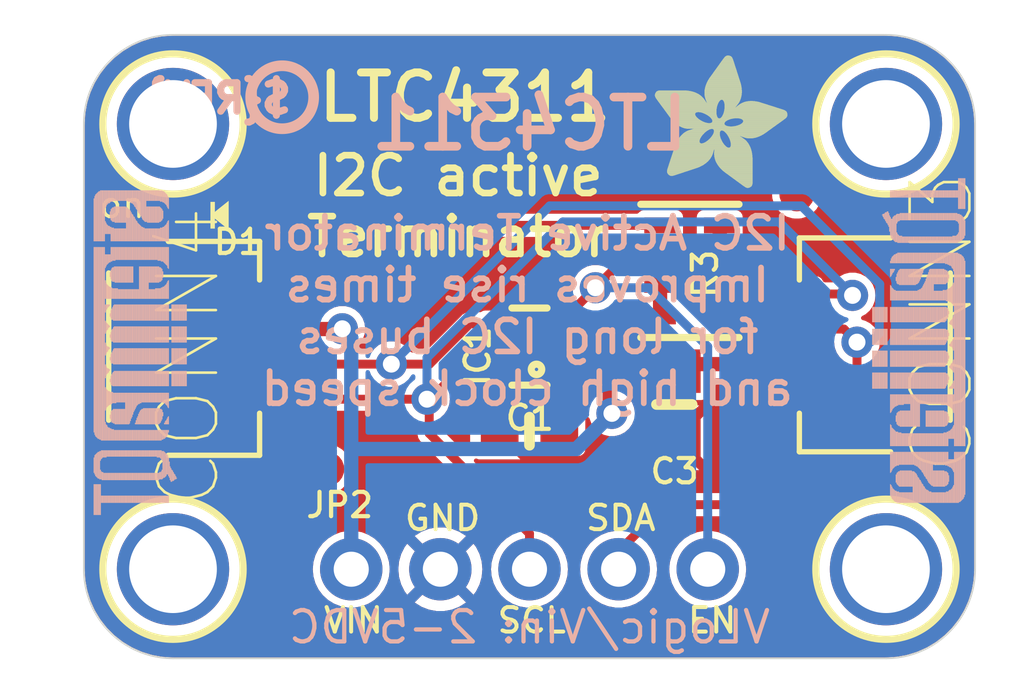
<source format=kicad_pcb>
(kicad_pcb (version 20221018) (generator pcbnew)
  (layers (0 "F.Cu" signal) (31 "B.Cu" signal) (34 "B.Paste" user) (35 "F.Paste" user) (36 "B.SilkS" user "B.Silkscreen") (37 "F.SilkS" user "F.Silkscreen") (38 "B.Mask" user) (39 "F.Mask" user) (44 "Edge.Cuts" user))
  (net 0 "")
  (net 1 "GND")
  (net 2 "SDA")
  (net 3 "SCL")
  (net 4 "VCC")
  (net 5 "N$1")
  (net 6 "EN")
  (footprint "working:MOUNTINGHOLE_2.5_PLATED" (layer "F.Cu") (at 158.6611 111.3536)
    (fp_text reference "U$21" hide)
    (fp_text value "MOUNTINGHOLE2.5" hide)
    (pad "P$1" thru_hole circle (at 0 0) (size 3.2 3.2) (drill 2.5) (layers "*.Cu" "*.Mask"))
    (zone (net 0) (net_name "") (layer "F.Cu") (connect_pads (clearance 0)) (min_thickness 0.25)
      (keepout (tracks not_allowed) (vias not_allowed) (pads not_allowed) (copperpour not_allowed) (footprints allowed))
      (fill (thermal_gap 0.5) (thermal_bridge_width 0.5))
      (polygon (pts (xy 160.6771 111.3536) (xy 160.65748 111.073027) (xy 160.599004 110.797915) (xy 160.502808 110.533619) (xy 160.370765 110.285283) (xy 160.205446 110.05774) (xy 160.010067 109.85542) (xy 159.788433 109.68226) (xy 159.544856 109.541631) (xy 159.284078 109.43627) (xy 159.011175 109.368228) (xy 158.731457 109.338828) (xy 158.450371 109.348644) (xy 158.173385 109.397484) (xy 157.905893 109.484397) (xy 157.6531 109.607693) (xy 157.419926 109.76497) (xy 157.210911 109.953169) (xy 157.030122 110.168625) (xy 156.881078 110.407145) (xy 156.76668 110.664087) (xy 156.689154 110.93445) (xy 156.650011 111.212971) (xy 156.650011 111.494229) (xy 156.689154 111.77275) (xy 156.76668 112.043113) (xy 156.881078 112.300055) (xy 157.030122 112.538575) (xy 157.210911 112.754031) (xy 157.419926 112.94223) (xy 157.6531 113.099507) (xy 157.905893 113.222803) (xy 158.173385 113.309716) (xy 158.450371 113.358556) (xy 158.731457 113.368372) (xy 159.011175 113.338972) (xy 159.284078 113.27093) (xy 159.544856 113.165569) (xy 159.788433 113.02494) (xy 160.010067 112.85178) (xy 160.205446 112.64946) (xy 160.370765 112.421917) (xy 160.502808 112.173581) (xy 160.599004 111.909285) (xy 160.65748 111.634173)))
      (polygon (pts (xy 158.6451 111.3536) (xy 158.649786 111.364914) (xy 158.6611 111.3696) (xy 158.672414 111.364914) (xy 158.6771 111.3536) (xy 158.672414 111.342286) (xy 158.6611 111.3376) (xy 158.649786 111.342286)))
    )
    (zone (net 0) (net_name "") (layer "B.Cu") (connect_pads (clearance 0)) (min_thickness 0.25)
      (keepout (tracks not_allowed) (vias not_allowed) (pads not_allowed) (copperpour not_allowed) (footprints allowed))
      (fill (thermal_gap 0.5) (thermal_bridge_width 0.5))
      (polygon (pts (xy 160.6771 111.3536) (xy 160.65748 111.073027) (xy 160.599004 110.797915) (xy 160.502808 110.533619) (xy 160.370765 110.285283) (xy 160.205446 110.05774) (xy 160.010067 109.85542) (xy 159.788433 109.68226) (xy 159.544856 109.541631) (xy 159.284078 109.43627) (xy 159.011175 109.368228) (xy 158.731457 109.338828) (xy 158.450371 109.348644) (xy 158.173385 109.397484) (xy 157.905893 109.484397) (xy 157.6531 109.607693) (xy 157.419926 109.76497) (xy 157.210911 109.953169) (xy 157.030122 110.168625) (xy 156.881078 110.407145) (xy 156.76668 110.664087) (xy 156.689154 110.93445) (xy 156.650011 111.212971) (xy 156.650011 111.494229) (xy 156.689154 111.77275) (xy 156.76668 112.043113) (xy 156.881078 112.300055) (xy 157.030122 112.538575) (xy 157.210911 112.754031) (xy 157.419926 112.94223) (xy 157.6531 113.099507) (xy 157.905893 113.222803) (xy 158.173385 113.309716) (xy 158.450371 113.358556) (xy 158.731457 113.368372) (xy 159.011175 113.338972) (xy 159.284078 113.27093) (xy 159.544856 113.165569) (xy 159.788433 113.02494) (xy 160.010067 112.85178) (xy 160.205446 112.64946) (xy 160.370765 112.421917) (xy 160.502808 112.173581) (xy 160.599004 111.909285) (xy 160.65748 111.634173)))
      (polygon (pts (xy 158.6451 111.3536) (xy 158.649786 111.364914) (xy 158.6611 111.3696) (xy 158.672414 111.364914) (xy 158.6771 111.3536) (xy 158.672414 111.342286) (xy 158.6611 111.3376) (xy 158.649786 111.342286)))
    )
  )
  (footprint "working:ADAFRUIT_3.5MM" (layer "F.Cu") (at 152.0571 100.4951)
    (fp_text reference "U$22" hide)
    (fp_text value "" hide)
  )
  (footprint "working:1X05_ROUND_70" (layer "F.Cu") (at 148.5011 111.3536)
    (fp_text reference "JP2" (at -6.4262 -1.8288) (layer "F.SilkS") (effects (font (size 0.692831 0.692831) (thickness 0.119969)) (justify left)))
    (fp_text value "")
    (pad "1" thru_hole circle (at -5.08 0 90) (size 1.778 1.778) (drill 1) (layers "*.Cu" "*.Mask") (net 4 "VCC"))
    (pad "2" thru_hole circle (at -2.54 0 90) (size 1.778 1.778) (drill 1) (layers "*.Cu" "*.Mask") (net 1 "GND"))
    (pad "3" thru_hole circle (at 0 0 90) (size 1.778 1.778) (drill 1) (layers "*.Cu" "*.Mask") (net 3 "SCL"))
    (pad "4" thru_hole circle (at 2.54 0 90) (size 1.778 1.778) (drill 1) (layers "*.Cu" "*.Mask") (net 2 "SDA"))
    (pad "5" thru_hole circle (at 5.08 0 90) (size 1.778 1.778) (drill 1) (layers "*.Cu" "*.Mask") (net 6 "EN"))
  )
  (footprint "working:MOUNTINGHOLE_2.5_PLATED" (layer "F.Cu") (at 158.6611 98.6536)
    (fp_text reference "U$17" hide)
    (fp_text value "MOUNTINGHOLE2.5" hide)
    (pad "P$1" thru_hole circle (at 0 0) (size 3.2 3.2) (drill 2.5) (layers "*.Cu" "*.Mask"))
    (zone (net 0) (net_name "") (layer "F.Cu") (connect_pads (clearance 0)) (min_thickness 0.25)
      (keepout (tracks not_allowed) (vias not_allowed) (pads not_allowed) (copperpour not_allowed) (footprints allowed))
      (fill (thermal_gap 0.5) (thermal_bridge_width 0.5))
      (polygon (pts (xy 160.6771 98.6536) (xy 160.65748 98.373027) (xy 160.599004 98.097915) (xy 160.502808 97.833619) (xy 160.370765 97.585283) (xy 160.205446 97.35774) (xy 160.010067 97.15542) (xy 159.788433 96.98226) (xy 159.544856 96.841631) (xy 159.284078 96.73627) (xy 159.011175 96.668228) (xy 158.731457 96.638828) (xy 158.450371 96.648644) (xy 158.173385 96.697484) (xy 157.905893 96.784397) (xy 157.6531 96.907693) (xy 157.419926 97.06497) (xy 157.210911 97.253169) (xy 157.030122 97.468625) (xy 156.881078 97.707145) (xy 156.76668 97.964087) (xy 156.689154 98.23445) (xy 156.650011 98.512971) (xy 156.650011 98.794229) (xy 156.689154 99.07275) (xy 156.76668 99.343113) (xy 156.881078 99.600055) (xy 157.030122 99.838575) (xy 157.210911 100.054031) (xy 157.419926 100.24223) (xy 157.6531 100.399507) (xy 157.905893 100.522803) (xy 158.173385 100.609716) (xy 158.450371 100.658556) (xy 158.731457 100.668372) (xy 159.011175 100.638972) (xy 159.284078 100.57093) (xy 159.544856 100.465569) (xy 159.788433 100.32494) (xy 160.010067 100.15178) (xy 160.205446 99.94946) (xy 160.370765 99.721917) (xy 160.502808 99.473581) (xy 160.599004 99.209285) (xy 160.65748 98.934173)))
      (polygon (pts (xy 158.6451 98.6536) (xy 158.649786 98.664914) (xy 158.6611 98.6696) (xy 158.672414 98.664914) (xy 158.6771 98.6536) (xy 158.672414 98.642286) (xy 158.6611 98.6376) (xy 158.649786 98.642286)))
    )
    (zone (net 0) (net_name "") (layer "B.Cu") (connect_pads (clearance 0)) (min_thickness 0.25)
      (keepout (tracks not_allowed) (vias not_allowed) (pads not_allowed) (copperpour not_allowed) (footprints allowed))
      (fill (thermal_gap 0.5) (thermal_bridge_width 0.5))
      (polygon (pts (xy 160.6771 98.6536) (xy 160.65748 98.373027) (xy 160.599004 98.097915) (xy 160.502808 97.833619) (xy 160.370765 97.585283) (xy 160.205446 97.35774) (xy 160.010067 97.15542) (xy 159.788433 96.98226) (xy 159.544856 96.841631) (xy 159.284078 96.73627) (xy 159.011175 96.668228) (xy 158.731457 96.638828) (xy 158.450371 96.648644) (xy 158.173385 96.697484) (xy 157.905893 96.784397) (xy 157.6531 96.907693) (xy 157.419926 97.06497) (xy 157.210911 97.253169) (xy 157.030122 97.468625) (xy 156.881078 97.707145) (xy 156.76668 97.964087) (xy 156.689154 98.23445) (xy 156.650011 98.512971) (xy 156.650011 98.794229) (xy 156.689154 99.07275) (xy 156.76668 99.343113) (xy 156.881078 99.600055) (xy 157.030122 99.838575) (xy 157.210911 100.054031) (xy 157.419926 100.24223) (xy 157.6531 100.399507) (xy 157.905893 100.522803) (xy 158.173385 100.609716) (xy 158.450371 100.658556) (xy 158.731457 100.668372) (xy 159.011175 100.638972) (xy 159.284078 100.57093) (xy 159.544856 100.465569) (xy 159.788433 100.32494) (xy 160.010067 100.15178) (xy 160.205446 99.94946) (xy 160.370765 99.721917) (xy 160.502808 99.473581) (xy 160.599004 99.209285) (xy 160.65748 98.934173)))
      (polygon (pts (xy 158.6451 98.6536) (xy 158.649786 98.664914) (xy 158.6611 98.6696) (xy 158.672414 98.664914) (xy 158.6771 98.6536) (xy 158.672414 98.642286) (xy 158.6611 98.6376) (xy 158.649786 98.642286)))
    )
  )
  (footprint "working:RESPACK_4X0603" (layer "F.Cu") (at 153.0731 102.8446 90)
    (fp_text reference "R3" (at -0.838 0.432 90) (layer "F.SilkS") (effects (font (size 0.692831 0.692831) (thickness 0.119969)) (justify left)))
    (fp_text value "10K")
    (pad "1" smd rect (at -1.3 0.85 90) (size 0.45 0.9) (layers "F.Cu" "F.Paste" "F.Mask") (net 2 "SDA"))
    (pad "2" smd rect (at -0.4 0.85 90) (size 0.45 0.9) (layers "F.Cu" "F.Paste" "F.Mask") (net 3 "SCL"))
    (pad "3" smd rect (at 0.4 0.85 90) (size 0.45 0.9) (layers "F.Cu" "F.Paste" "F.Mask") (net 4 "VCC"))
    (pad "4" smd rect (at 1.3 0.85 90) (size 0.45 0.9) (layers "F.Cu" "F.Paste" "F.Mask") (net 4 "VCC"))
    (pad "5" smd rect (at 1.3 -0.85 90) (size 0.45 0.9) (layers "F.Cu" "F.Paste" "F.Mask") (net 5 "N$1"))
    (pad "6" smd rect (at 0.4 -0.85 90) (size 0.45 0.9) (layers "F.Cu" "F.Paste" "F.Mask") (net 6 "EN"))
    (pad "7" smd rect (at -0.4 -0.85 90) (size 0.45 0.9) (layers "F.Cu" "F.Paste" "F.Mask") (net 4 "VCC"))
    (pad "8" smd rect (at -1.3 -0.85 90) (size 0.45 0.9) (layers "F.Cu" "F.Paste" "F.Mask") (net 4 "VCC"))
  )
  (footprint "working:JST_SH4" (layer "F.Cu") (at 158.4071 105.0036 90)
    (fp_text reference "CONN3" (at -3.711 1.847 90) (layer "F.SilkS") (effects (font (size 1.703222 1.703222) (thickness 0.074778)) (justify left)))
    (fp_text value "STEMMA_I2C_QT" hide)
    (pad "1" smd rect (at -1.5 -2.514 180) (size 1.55 0.6) (layers "F.Cu" "F.Paste" "F.Mask") (net 1 "GND"))
    (pad "2" smd rect (at -0.5 -2.514 180) (size 1.55 0.6) (layers "F.Cu" "F.Paste" "F.Mask") (net 4 "VCC"))
    (pad "3" smd rect (at 0.5 -2.514 180) (size 1.55 0.6) (layers "F.Cu" "F.Paste" "F.Mask") (net 2 "SDA"))
    (pad "4" smd rect (at 1.5 -2.514 180) (size 1.55 0.6) (layers "F.Cu" "F.Paste" "F.Mask") (net 3 "SCL"))
    (pad "MT1" smd rect (at -2.8 1.386 180) (size 1.8 1.2) (layers "F.Cu" "F.Paste" "F.Mask"))
    (pad "MT2" smd rect (at 2.8 1.386 180) (size 1.8 1.2) (layers "F.Cu" "F.Paste" "F.Mask"))
  )
  (footprint "working:0603-NO" (layer "F.Cu") (at 148.5011 107.4166 180)
    (fp_text reference "C1" (at -0.762 0.381) (layer "F.SilkS") (effects (font (size 0.692831 0.692831) (thickness 0.119969)) (justify right)))
    (fp_text value "0.1uF")
    (pad "1" smd rect (at -0.85 0 180) (size 1.075 1) (layers "F.Cu" "F.Paste" "F.Mask") (net 4 "VCC"))
    (pad "2" smd rect (at 0.85 0 180) (size 1.075 1) (layers "F.Cu" "F.Paste" "F.Mask") (net 1 "GND"))
  )
  (footprint "working:MOUNTINGHOLE_2.5_PLATED" (layer "F.Cu") (at 138.3411 111.3536)
    (fp_text reference "U$19" hide)
    (fp_text value "MOUNTINGHOLE2.5" hide)
    (pad "P$1" thru_hole circle (at 0 0) (size 3.2 3.2) (drill 2.5) (layers "*.Cu" "*.Mask"))
    (zone (net 0) (net_name "") (layer "F.Cu") (connect_pads (clearance 0)) (min_thickness 0.25)
      (keepout (tracks not_allowed) (vias not_allowed) (pads not_allowed) (copperpour not_allowed) (footprints allowed))
      (fill (thermal_gap 0.5) (thermal_bridge_width 0.5))
      (polygon (pts (xy 140.3571 111.3536) (xy 140.33748 111.073027) (xy 140.279004 110.797915) (xy 140.182808 110.533619) (xy 140.050765 110.285283) (xy 139.885446 110.05774) (xy 139.690067 109.85542) (xy 139.468433 109.68226) (xy 139.224856 109.541631) (xy 138.964078 109.43627) (xy 138.691175 109.368228) (xy 138.411457 109.338828) (xy 138.130371 109.348644) (xy 137.853385 109.397484) (xy 137.585893 109.484397) (xy 137.3331 109.607693) (xy 137.099926 109.76497) (xy 136.890911 109.953169) (xy 136.710122 110.168625) (xy 136.561078 110.407145) (xy 136.44668 110.664087) (xy 136.369154 110.93445) (xy 136.330011 111.212971) (xy 136.330011 111.494229) (xy 136.369154 111.77275) (xy 136.44668 112.043113) (xy 136.561078 112.300055) (xy 136.710122 112.538575) (xy 136.890911 112.754031) (xy 137.099926 112.94223) (xy 137.3331 113.099507) (xy 137.585893 113.222803) (xy 137.853385 113.309716) (xy 138.130371 113.358556) (xy 138.411457 113.368372) (xy 138.691175 113.338972) (xy 138.964078 113.27093) (xy 139.224856 113.165569) (xy 139.468433 113.02494) (xy 139.690067 112.85178) (xy 139.885446 112.64946) (xy 140.050765 112.421917) (xy 140.182808 112.173581) (xy 140.279004 111.909285) (xy 140.33748 111.634173)))
      (polygon (pts (xy 138.3251 111.3536) (xy 138.329786 111.364914) (xy 138.3411 111.3696) (xy 138.352414 111.364914) (xy 138.3571 111.3536) (xy 138.352414 111.342286) (xy 138.3411 111.3376) (xy 138.329786 111.342286)))
    )
    (zone (net 0) (net_name "") (layer "B.Cu") (connect_pads (clearance 0)) (min_thickness 0.25)
      (keepout (tracks not_allowed) (vias not_allowed) (pads not_allowed) (copperpour not_allowed) (footprints allowed))
      (fill (thermal_gap 0.5) (thermal_bridge_width 0.5))
      (polygon (pts (xy 140.3571 111.3536) (xy 140.33748 111.073027) (xy 140.279004 110.797915) (xy 140.182808 110.533619) (xy 140.050765 110.285283) (xy 139.885446 110.05774) (xy 139.690067 109.85542) (xy 139.468433 109.68226) (xy 139.224856 109.541631) (xy 138.964078 109.43627) (xy 138.691175 109.368228) (xy 138.411457 109.338828) (xy 138.130371 109.348644) (xy 137.853385 109.397484) (xy 137.585893 109.484397) (xy 137.3331 109.607693) (xy 137.099926 109.76497) (xy 136.890911 109.953169) (xy 136.710122 110.168625) (xy 136.561078 110.407145) (xy 136.44668 110.664087) (xy 136.369154 110.93445) (xy 136.330011 111.212971) (xy 136.330011 111.494229) (xy 136.369154 111.77275) (xy 136.44668 112.043113) (xy 136.561078 112.300055) (xy 136.710122 112.538575) (xy 136.890911 112.754031) (xy 137.099926 112.94223) (xy 137.3331 113.099507) (xy 137.585893 113.222803) (xy 137.853385 113.309716) (xy 138.130371 113.358556) (xy 138.411457 113.368372) (xy 138.691175 113.338972) (xy 138.964078 113.27093) (xy 139.224856 113.165569) (xy 139.468433 113.02494) (xy 139.690067 112.85178) (xy 139.885446 112.64946) (xy 140.050765 112.421917) (xy 140.182808 112.173581) (xy 140.279004 111.909285) (xy 140.33748 111.634173)))
      (polygon (pts (xy 138.3251 111.3536) (xy 138.329786 111.364914) (xy 138.3411 111.3696) (xy 138.352414 111.364914) (xy 138.3571 111.3536) (xy 138.352414 111.342286) (xy 138.3411 111.3376) (xy 138.329786 111.342286)))
    )
  )
  (footprint "working:0805-NO" (layer "F.Cu") (at 152.6286 106.6546 -90)
    (fp_text reference "C3" (at 1.905 -0.762) (layer "F.SilkS") (effects (font (size 0.692831 0.692831) (thickness 0.119969)) (justify right)))
    (fp_text value "10uF")
    (pad "1" smd rect (at -0.95 0 270) (size 1.24 1.5) (layers "F.Cu" "F.Paste" "F.Mask") (net 4 "VCC"))
    (pad "2" smd rect (at 0.95 0 270) (size 1.24 1.5) (layers "F.Cu" "F.Paste" "F.Mask") (net 1 "GND"))
  )
  (footprint "working:FIDUCIAL_1MM" (layer "F.Cu") (at 142.7226 108.4961)
    (fp_text reference "FID3" hide)
    (fp_text value "FIDUCIAL_1MM" hide)
    (pad "1" smd roundrect (at 0 0) (size 1 1) (layers "F.Cu" "F.Mask") (roundrect_rratio 0.5))
  )
  (footprint "working:SC70-6L" (layer "F.Cu") (at 148.5011 105.0036 90)
    (fp_text reference "IC1" (at -1.2 -1.477 90) (layer "F.SilkS") (effects (font (size 0.692831 0.692831) (thickness 0.119969)) (justify left)))
    (fp_text value "LTC4311_SC70")
    (pad "1" smd rect (at -0.65 0.85 90) (size 0.35 0.8) (layers "F.Cu" "F.Paste" "F.Mask") (net 4 "VCC"))
    (pad "2" smd rect (at 0 0.85 90) (size 0.35 0.8) (layers "F.Cu" "F.Paste" "F.Mask") (net 1 "GND"))
    (pad "3" smd rect (at 0.65 0.85 90) (size 0.35 0.8) (layers "F.Cu" "F.Paste" "F.Mask") (net 6 "EN"))
    (pad "4" smd rect (at 0.65 -0.85 90) (size 0.35 0.8) (layers "F.Cu" "F.Paste" "F.Mask") (net 2 "SDA"))
    (pad "5" smd rect (at 0 -0.85 90) (size 0.35 0.8) (layers "F.Cu" "F.Paste" "F.Mask") (net 1 "GND"))
    (pad "6" smd rect (at -0.65 -0.85 90) (size 0.35 0.8) (layers "F.Cu" "F.Paste" "F.Mask") (net 3 "SCL"))
  )
  (footprint "working:JST_SH4" (layer "F.Cu") (at 138.5951 105.0036 -90)
    (fp_text reference "CONN4" (at -4.092 -0.185 90) (layer "F.SilkS") (effects (font (size 1.703222 1.703222) (thickness 0.074778)) (justify right)))
    (fp_text value "STEMMA_I2C_QT" hide)
    (pad "1" smd rect (at -1.5 -2.514) (size 1.55 0.6) (layers "F.Cu" "F.Paste" "F.Mask") (net 1 "GND"))
    (pad "2" smd rect (at -0.5 -2.514) (size 1.55 0.6) (layers "F.Cu" "F.Paste" "F.Mask") (net 4 "VCC"))
    (pad "3" smd rect (at 0.5 -2.514) (size 1.55 0.6) (layers "F.Cu" "F.Paste" "F.Mask") (net 2 "SDA"))
    (pad "4" smd rect (at 1.5 -2.514) (size 1.55 0.6) (layers "F.Cu" "F.Paste" "F.Mask") (net 3 "SCL"))
    (pad "MT1" smd rect (at -2.8 1.386) (size 1.8 1.2) (layers "F.Cu" "F.Paste" "F.Mask"))
    (pad "MT2" smd rect (at 2.8 1.386) (size 1.8 1.2) (layers "F.Cu" "F.Paste" "F.Mask"))
  )
  (footprint "working:FIDUCIAL_1MM" (layer "F.Cu") (at 156.1211 100.6475)
    (fp_text reference "FID4" hide)
    (fp_text value "FIDUCIAL_1MM" hide)
    (pad "1" smd roundrect (at 0 0) (size 1 1) (layers "F.Cu" "F.Mask") (roundrect_rratio 0.5))
  )
  (footprint "working:CHIPLED_0603_NOOUTLINE" (layer "F.Cu") (at 139.6746 101.2571 90)
    (fp_text reference "D1" (at -0.762 1.27) (layer "F.SilkS") (effects (font (size 0.692831 0.692831) (thickness 0.119969)) (justify right)))
    (fp_text value "GREEN")
    (pad "A" smd rect (at 0 0.75 90) (size 0.8 0.8) (layers "F.Cu" "F.Paste" "F.Mask") (net 5 "N$1"))
    (pad "C" smd rect (at 0 -0.75 90) (size 0.8 0.8) (layers "F.Cu" "F.Paste" "F.Mask") (net 1 "GND"))
  )
  (footprint "working:MOUNTINGHOLE_2.5_PLATED" (layer "F.Cu") (at 138.3411 98.6536)
    (fp_text reference "U$1" hide)
    (fp_text value "MOUNTINGHOLE2.5" hide)
    (pad "P$1" thru_hole circle (at 0 0) (size 3.2 3.2) (drill 2.5) (layers "*.Cu" "*.Mask"))
    (zone (net 0) (net_name "") (layer "F.Cu") (connect_pads (clearance 0)) (min_thickness 0.25)
      (keepout (tracks not_allowed) (vias not_allowed) (pads not_allowed) (copperpour not_allowed) (footprints allowed))
      (fill (thermal_gap 0.5) (thermal_bridge_width 0.5))
      (polygon (pts (xy 140.3571 98.6536) (xy 140.33748 98.373027) (xy 140.279004 98.097915) (xy 140.182808 97.833619) (xy 140.050765 97.585283) (xy 139.885446 97.35774) (xy 139.690067 97.15542) (xy 139.468433 96.98226) (xy 139.224856 96.841631) (xy 138.964078 96.73627) (xy 138.691175 96.668228) (xy 138.411457 96.638828) (xy 138.130371 96.648644) (xy 137.853385 96.697484) (xy 137.585893 96.784397) (xy 137.3331 96.907693) (xy 137.099926 97.06497) (xy 136.890911 97.253169) (xy 136.710122 97.468625) (xy 136.561078 97.707145) (xy 136.44668 97.964087) (xy 136.369154 98.23445) (xy 136.330011 98.512971) (xy 136.330011 98.794229) (xy 136.369154 99.07275) (xy 136.44668 99.343113) (xy 136.561078 99.600055) (xy 136.710122 99.838575) (xy 136.890911 100.054031) (xy 137.099926 100.24223) (xy 137.3331 100.399507) (xy 137.585893 100.522803) (xy 137.853385 100.609716) (xy 138.130371 100.658556) (xy 138.411457 100.668372) (xy 138.691175 100.638972) (xy 138.964078 100.57093) (xy 139.224856 100.465569) (xy 139.468433 100.32494) (xy 139.690067 100.15178) (xy 139.885446 99.94946) (xy 140.050765 99.721917) (xy 140.182808 99.473581) (xy 140.279004 99.209285) (xy 140.33748 98.934173)))
      (polygon (pts (xy 138.3251 98.6536) (xy 138.329786 98.664914) (xy 138.3411 98.6696) (xy 138.352414 98.664914) (xy 138.3571 98.6536) (xy 138.352414 98.642286) (xy 138.3411 98.6376) (xy 138.329786 98.642286)))
    )
    (zone (net 0) (net_name "") (layer "B.Cu") (connect_pads (clearance 0)) (min_thickness 0.25)
      (keepout (tracks not_allowed) (vias not_allowed) (pads not_allowed) (copperpour not_allowed) (footprints allowed))
      (fill (thermal_gap 0.5) (thermal_bridge_width 0.5))
      (polygon (pts (xy 140.3571 98.6536) (xy 140.33748 98.373027) (xy 140.279004 98.097915) (xy 140.182808 97.833619) (xy 140.050765 97.585283) (xy 139.885446 97.35774) (xy 139.690067 97.15542) (xy 139.468433 96.98226) (xy 139.224856 96.841631) (xy 138.964078 96.73627) (xy 138.691175 96.668228) (xy 138.411457 96.638828) (xy 138.130371 96.648644) (xy 137.853385 96.697484) (xy 137.585893 96.784397) (xy 137.3331 96.907693) (xy 137.099926 97.06497) (xy 136.890911 97.253169) (xy 136.710122 97.468625) (xy 136.561078 97.707145) (xy 136.44668 97.964087) (xy 136.369154 98.23445) (xy 136.330011 98.512971) (xy 136.330011 98.794229) (xy 136.369154 99.07275) (xy 136.44668 99.343113) (xy 136.561078 99.600055) (xy 136.710122 99.838575) (xy 136.890911 100.054031) (xy 137.099926 100.24223) (xy 137.3331 100.399507) (xy 137.585893 100.522803) (xy 137.853385 100.609716) (xy 138.130371 100.658556) (xy 138.411457 100.668372) (xy 138.691175 100.638972) (xy 138.964078 100.57093) (xy 139.224856 100.465569) (xy 139.468433 100.32494) (xy 139.690067 100.15178) (xy 139.885446 99.94946) (xy 140.050765 99.721917) (xy 140.182808 99.473581) (xy 140.279004 99.209285) (xy 140.33748 98.934173)))
      (polygon (pts (xy 138.3251 98.6536) (xy 138.329786 98.664914) (xy 138.3411 98.6696) (xy 138.352414 98.664914) (xy 138.3571 98.6536) (xy 138.352414 98.642286) (xy 138.3411 98.6376) (xy 138.329786 98.642286)))
    )
  )
  (footprint "working:STEMMAQT" (layer "B.Cu") (at 138.7221 100.5586 -90)
    (fp_text reference "U$31" hide)
    (fp_text value "" hide)
  )
  (footprint "working:STEMMAQT" (layer "B.Cu") (at 158.2801 109.4486 90)
    (fp_text reference "U$30" hide)
    (fp_text value "" hide)
  )
  (footprint "working:PCBFEAT-REV-040" (layer "B.Cu") (at 141.4526 97.8916 180)
    (fp_text reference "U$25" hide)
    (fp_text value "" hide)
    (fp_text user "${REV}" (at -0.3556 -0.508) (layer "B.SilkS") (effects (font (size 0.8128 0.8128) (thickness 0.2032)) (justify left bottom mirror)))
  )
  (gr_arc (start 158.6611 96.1136) (mid 160.457151 96.857549) (end 161.2011 98.6536) (stroke (width 0.05)) (layer "Edge.Cuts"))
  (gr_line (start 158.6611 96.1136) (end 138.3411 96.1136) (stroke (width 0.05)) (layer "Edge.Cuts"))
  (gr_arc (start 161.2011 111.3536) (mid 160.457151 113.149651) (end 158.6611 113.8936) (stroke (width 0.05)) (layer "Edge.Cuts"))
  (gr_arc (start 138.3411 113.8936) (mid 136.545049 113.149651) (end 135.8011 111.3536) (stroke (width 0.05)) (layer "Edge.Cuts"))
  (gr_arc (start 135.8011 98.6536) (mid 136.545049 96.857549) (end 138.3411 96.1136) (stroke (width 0.05)) (layer "Edge.Cuts"))
  (gr_line (start 135.8011 98.6536) (end 135.8011 111.3536) (stroke (width 0.05)) (layer "Edge.Cuts"))
  (gr_line (start 161.2011 111.3536) (end 161.2011 98.6536) (stroke (width 0.05)) (layer "Edge.Cuts"))
  (gr_line (start 138.3411 113.8936) (end 158.6611 113.8936) (stroke (width 0.05)) (layer "Edge.Cuts"))
  (gr_text "VLogic/Vin: 2-5VDC" (at 148.5011 113.0046) (layer "B.SilkS") (effects (font (size 0.89408 0.89408) (thickness 0.12192)) (justify mirror)))
  (gr_text "I2C Active Terminator\nImproves rise times\nfor long I2C buses\nand high clock speed" (at 148.4376 103.9876) (layer "B.SilkS") (effects (font (size 0.917575 0.917575) (thickness 0.161925)) (justify mirror)))
  (gr_text "LTC4311" (at 148.5011 98.6536) (layer "B.SilkS") (effects (font (size 1.40335 1.40335) (thickness 0.24765)) (justify mirror)))
  (gr_text "SCL" (at 148.5646 112.8141) (layer "F.SilkS") (effects (font (size 0.699008 0.699008) (thickness 0.113792))))
  (gr_text "SDA" (at 151.1046 109.8931) (layer "F.SilkS") (effects (font (size 0.699008 0.699008) (thickness 0.113792))))
  (gr_text "GND" (at 146.0246 109.8931) (layer "F.SilkS") (effects (font (size 0.699008 0.699008) (thickness 0.113792))))
  (gr_text "EN" (at 153.7081 112.8141) (layer "F.SilkS") (effects (font (size 0.699008 0.699008) (thickness 0.113792))))
  (gr_text "on" (at 136.1821 101.3841) (layer "F.SilkS") (effects (font (size 0.715264 0.715264) (thickness 0.097536)) (justify left bottom)))
  (gr_text "LTC4311" (at 146.6596 97.8916) (layer "F.SilkS") (effects (font (size 1.2954 1.2954) (thickness 0.2286))))
  (gr_text "I2C active\nTerminator" (at 146.4691 101.0031) (layer "F.SilkS") (effects (font (size 1.0795 1.0795) (thickness 0.1905))))
  (gr_text "VIN" (at 143.4846 112.8141) (layer "F.SilkS") (effects (font (size 0.699008 0.699008) (thickness 0.113792))))
  (segment (start 157.8356 104.8766) (end 157.4626 104.5036) (width 0.254) (layer "F.Cu") (net 2))
  (segment (start 154.3731 104.1446) (end 154.7321 104.5036) (width 0.254) (layer "F.Cu") (net 2))
  (segment (start 153.9231 104.1446) (end 154.3731 104.1446) (width 0.254) (layer "F.Cu") (net 2))
  (segment (start 146.8016 104.3536) (end 145.6516 105.5036) (width 0.254) (layer "F.Cu") (net 2))
  (segment (start 157.8356 107.6071) (end 157.8356 104.8766) (width 0.254) (layer "F.Cu") (net 2))
  (segment (start 152.3746 109.5121) (end 155.9306 109.5121) (width 0.254) (layer "F.Cu") (net 2))
  (segment (start 154.7321 104.5036) (end 155.8931 104.5036) (width 0.254) (layer "F.Cu") (net 2))
  (segment (start 157.4626 104.5036) (end 155.8931 104.5036) (width 0.254) (layer "F.Cu") (net 2))
  (segment (start 151.0411 111.3536) (end 151.0411 110.8456) (width 0.254) (layer "F.Cu") (net 2))
  (segment (start 146.8016 104.3536) (end 147.6511 104.3536) (width 0.254) (layer "F.Cu") (net 2))
  (segment (start 155.9306 109.5121) (end 157.8356 107.6071) (width 0.254) (layer "F.Cu") (net 2))
  (segment (start 145.6516 105.5036) (end 144.5641 105.5036) (width 0.254) (layer "F.Cu") (net 2))
  (segment (start 151.0411 110.8456) (end 152.3746 109.5121) (width 0.254) (layer "F.Cu") (net 2))
  (segment (start 141.1091 105.5036) (end 144.5641 105.5036) (width 0.254) (layer "F.Cu") (net 2))
  (via (at 157.8356 104.8766) (size 0.889) (drill 0.4826) (layers "F.Cu" "B.Cu") (net 2))
  (via (at 144.5641 105.5036) (size 0.889) (drill 0.4826) (layers "F.Cu" "B.Cu") (net 2))
  (segment (start 158.4833 103.863994) (end 158.4706 103.876694) (width 0.254) (layer "B.Cu") (net 2))
  (segment (start 149.0773 100.9904) (end 156.251493 100.9904) (width 0.254) (layer "B.Cu") (net 2))
  (segment (start 158.4833 103.222207) (end 158.4833 103.863994) (width 0.254) (layer "B.Cu") (net 2))
  (segment (start 158.4706 103.876694) (end 158.4706 104.6226) (width 0.254) (layer "B.Cu") (net 2))
  (segment (start 158.2166 104.8766) (end 157.8356 104.8766) (width 0.254) (layer "B.Cu") (net 2))
  (segment (start 158.4706 104.6226) (end 158.2166 104.8766) (width 0.254) (layer "B.Cu") (net 2))
  (segment (start 144.5641 105.5036) (end 149.0773 100.9904) (width 0.254) (layer "B.Cu") (net 2))
  (segment (start 156.251493 100.9904) (end 158.4833 103.222207) (width 0.254) (layer "B.Cu") (net 2))
  (segment (start 154.9386 103.5036) (end 155.8931 103.5036) (width 0.254) (layer "F.Cu") (net 3))
  (segment (start 148.5011 110.3376) (end 145.6436 107.4801) (width 0.254) (layer "F.Cu") (net 3))
  (segment (start 145.6436 106.5036) (end 145.6676 106.5036) (width 0.2032) (layer "F.Cu") (net 3))
  (segment (start 148.5011 111.3536) (end 148.5011 110.3376) (width 0.254) (layer "F.Cu") (net 3))
  (segment (start 145.6436 107.4801) (end 145.6436 106.5036) (width 0.254) (layer "F.Cu") (net 3))
  (segment (start 145.5801 106.5036) (end 145.6436 106.5036) (width 0.254) (layer "F.Cu") (net 3))
  (segment (start 145.6676 106.5036) (end 146.5176 105.6536) (width 0.254) (layer "F.Cu") (net 3))
  (segment (start 141.1091 106.5036) (end 145.5801 106.5036) (width 0.254) (layer "F.Cu") (net 3))
  (segment (start 153.9231 103.2446) (end 154.6796 103.2446) (width 0.254) (layer "F.Cu") (net 3))
  (segment (start 157.6691 103.5036) (end 157.7086 103.5431) (width 0.254) (layer "F.Cu") (net 3))
  (segment (start 146.5176 105.6536) (end 147.6511 105.6536) (width 0.254) (layer "F.Cu") (net 3))
  (segment (start 154.6796 103.2446) (end 154.9386 103.5036) (width 0.254) (layer "F.Cu") (net 3))
  (segment (start 155.8931 103.5036) (end 157.6691 103.5036) (width 0.254) (layer "F.Cu") (net 3))
  (via (at 157.7086 103.5431) (size 0.889) (drill 0.4826) (layers "F.Cu" "B.Cu") (net 3))
  (via (at 145.5801 106.5036) (size 0.889) (drill 0.4826) (layers "F.Cu" "B.Cu") (net 3))
  (segment (start 145.5801 105.3211) (end 145.5801 106.5036) (width 0.254) (layer "B.Cu") (net 3))
  (segment (start 155.6131 101.4476) (end 149.4536 101.4476) (width 0.254) (layer "B.Cu") (net 3))
  (segment (start 157.7086 103.5431) (end 155.6131 101.4476) (width 0.254) (layer "B.Cu") (net 3))
  (segment (start 149.4536 101.4476) (end 145.5801 105.3211) (width 0.254) (layer "B.Cu") (net 3))
  (segment (start 152.6286 105.7046) (end 150.7871 105.7046) (width 0.4064) (layer "F.Cu") (net 4))
  (segment (start 150.7871 105.7046) (end 149.4021 105.7046) (width 0.4064) (layer "F.Cu") (net 4))
  (segment (start 141.1091 104.5036) (end 143.1591 104.5036) (width 0.4064) (layer "F.Cu") (net 4))
  (segment (start 153.9231 101.5446) (end 153.9231 102.4446) (width 0.4064) (layer "F.Cu") (net 4))
  (segment (start 152.8296 105.5036) (end 152.75685 105.57635) (width 0.4064) (layer "F.Cu") (net 4))
  (segment (start 152.2231 105.0426) (end 152.75685 105.57635) (width 0.4064) (layer "F.Cu") (net 4))
  (segment (start 152.2231 103.2446) (end 152.2231 104.1446) (width 0.4064) (layer "F.Cu") (net 4))
  (segment (start 149.3511 105.6536) (end 149.4021 105.7046) (width 0.4064) (layer "F.Cu") (net 4))
  (segment (start 150.8506 106.9086) (end 150.7871 106.8451) (width 0.4064) (layer "F.Cu") (net 4))
  (segment (start 152.6731 103.2446) (end 152.2231 103.2446) (width 0.4064) (layer "F.Cu") (net 4))
  (segment (start 153.4731 102.4446) (end 152.6731 103.2446) (width 0.4064) (layer "F.Cu") (net 4))
  (segment (start 149.3511 105.6536) (end 149.3511 107.4166) (width 0.4064) (layer "F.Cu") (net 4))
  (segment (start 153.9231 102.4446) (end 153.4731 102.4446) (width 0.4064) (layer "F.Cu") (net 4))
  (segment (start 152.2231 104.1446) (end 152.2231 105.0426) (width 0.4064) (layer "F.Cu") (net 4))
  (segment (start 143.1591 104.5036) (end 143.1671 104.4956) (width 0.4064) (layer "F.Cu") (net 4))
  (segment (start 152.75685 105.57635) (end 152.6286 105.7046) (width 0.4064) (layer "F.Cu") (net 4))
  (segment (start 155.8931 105.5036) (end 152.8296 105.5036) (width 0.4064) (layer "F.Cu") (net 4))
  (segment (start 150.7871 106.8451) (end 150.7871 105.7046) (width 0.4064) (layer "F.Cu") (net 4))
  (via (at 143.1671 104.4956) (size 0.889) (drill 0.4826) (layers "F.Cu" "B.Cu") (net 4))
  (via (at 150.8506 106.9086) (size 0.889) (drill 0.4826) (layers "F.Cu" "B.Cu") (net 4))
  (segment (start 143.1671 104.4956) (end 143.4211 104.7496) (width 0.4064) (layer "B.Cu") (net 4))
  (segment (start 143.4211 107.9246) (end 149.8346 107.9246) (width 0.4064) (layer "B.Cu") (net 4))
  (segment (start 149.8346 107.9246) (end 150.8506 106.9086) (width 0.4064) (layer "B.Cu") (net 4))
  (segment (start 143.4211 107.9246) (end 143.4211 111.3536) (width 0.4064) (layer "B.Cu") (net 4))
  (segment (start 143.4211 104.7496) (end 143.4211 107.9246) (width 0.4064) (layer "B.Cu") (net 4))
  (segment (start 140.7121 101.5446) (end 152.2231 101.5446) (width 0.254) (layer "F.Cu") (net 5))
  (segment (start 140.4246 101.2571) (end 140.7121 101.5446) (width 0.254) (layer "F.Cu") (net 5))
  (segment (start 152.2231 102.4446) (end 151.2601 102.4446) (width 0.254) (layer "F.Cu") (net 6))
  (segment (start 149.3511 104.3536) (end 150.3791 103.3256) (width 0.254) (layer "F.Cu") (net 6))
  (segment (start 151.2601 102.4446) (end 150.3791 103.3256) (width 0.254) (layer "F.Cu") (net 6))
  (via (at 150.3791 103.3256) (size 0.889) (drill 0.4826) (layers "F.Cu" "B.Cu") (net 6))
  (segment (start 150.3791 103.3256) (end 151.9031 103.3256) (width 0.254) (layer "B.Cu") (net 6))
  (segment (start 151.9031 103.3256) (end 153.5811 105.0036) (width 0.254) (layer "B.Cu") (net 6))
  (segment (start 153.5811 105.0036) (end 153.5811 111.3536) (width 0.254) (layer "B.Cu") (net 6))
  (zone (net 1) (net_name "GND") (layer "F.Cu") (priority 6) (connect_pads (clearance 0.000001)) (min_thickness 0.127) (fill yes (thermal_gap 0.304) (thermal_bridge_width 0.304))
    (polygon (pts (xy 161.3281 114.0206) (xy 135.6741 114.0206) (xy 135.6741 95.9866) (xy 161.3281 95.9866)))
  )
  (zone (net 1) (net_name "GND") (layer "B.Cu") (priority 6) (connect_pads (clearance 0.000001)) (min_thickness 0.127) (fill yes (thermal_gap 0.304) (thermal_bridge_width 0.304))
    (polygon (pts (xy 161.3281 114.0206) (xy 135.6741 114.0206) (xy 135.6741 95.9866) (xy 161.3281 95.9866)))
  )
)
</source>
